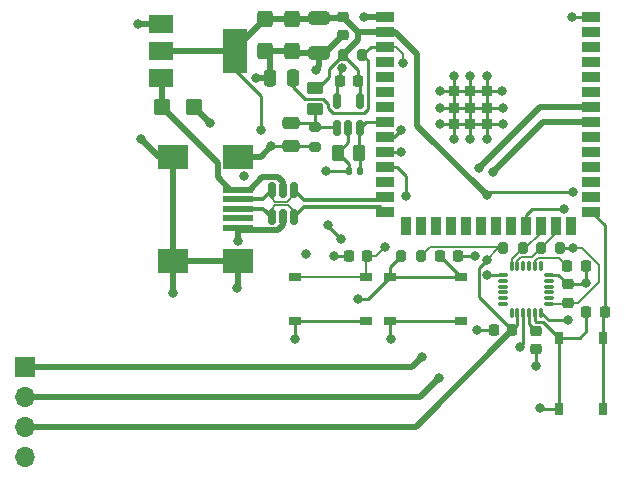
<source format=gbr>
%TF.GenerationSoftware,KiCad,Pcbnew,7.0.9*%
%TF.CreationDate,2023-12-19T02:47:06+01:00*%
%TF.ProjectId,biosensorbox,62696f73-656e-4736-9f72-626f782e6b69,rev?*%
%TF.SameCoordinates,Original*%
%TF.FileFunction,Copper,L1,Top*%
%TF.FilePolarity,Positive*%
%FSLAX46Y46*%
G04 Gerber Fmt 4.6, Leading zero omitted, Abs format (unit mm)*
G04 Created by KiCad (PCBNEW 7.0.9) date 2023-12-19 02:47:06*
%MOMM*%
%LPD*%
G01*
G04 APERTURE LIST*
G04 Aperture macros list*
%AMRoundRect*
0 Rectangle with rounded corners*
0 $1 Rounding radius*
0 $2 $3 $4 $5 $6 $7 $8 $9 X,Y pos of 4 corners*
0 Add a 4 corners polygon primitive as box body*
4,1,4,$2,$3,$4,$5,$6,$7,$8,$9,$2,$3,0*
0 Add four circle primitives for the rounded corners*
1,1,$1+$1,$2,$3*
1,1,$1+$1,$4,$5*
1,1,$1+$1,$6,$7*
1,1,$1+$1,$8,$9*
0 Add four rect primitives between the rounded corners*
20,1,$1+$1,$2,$3,$4,$5,0*
20,1,$1+$1,$4,$5,$6,$7,0*
20,1,$1+$1,$6,$7,$8,$9,0*
20,1,$1+$1,$8,$9,$2,$3,0*%
G04 Aperture macros list end*
%TA.AperFunction,SMDPad,CuDef*%
%ADD10RoundRect,0.225000X-0.250000X0.225000X-0.250000X-0.225000X0.250000X-0.225000X0.250000X0.225000X0*%
%TD*%
%TA.AperFunction,SMDPad,CuDef*%
%ADD11RoundRect,0.140000X-0.140000X-0.170000X0.140000X-0.170000X0.140000X0.170000X-0.140000X0.170000X0*%
%TD*%
%TA.AperFunction,SMDPad,CuDef*%
%ADD12RoundRect,0.225000X-0.225000X-0.250000X0.225000X-0.250000X0.225000X0.250000X-0.225000X0.250000X0*%
%TD*%
%TA.AperFunction,SMDPad,CuDef*%
%ADD13RoundRect,0.200000X0.200000X0.275000X-0.200000X0.275000X-0.200000X-0.275000X0.200000X-0.275000X0*%
%TD*%
%TA.AperFunction,SMDPad,CuDef*%
%ADD14RoundRect,0.250000X-0.650000X0.325000X-0.650000X-0.325000X0.650000X-0.325000X0.650000X0.325000X0*%
%TD*%
%TA.AperFunction,SMDPad,CuDef*%
%ADD15RoundRect,0.200000X-0.200000X-0.275000X0.200000X-0.275000X0.200000X0.275000X-0.200000X0.275000X0*%
%TD*%
%TA.AperFunction,SMDPad,CuDef*%
%ADD16RoundRect,0.250000X-0.475000X0.250000X-0.475000X-0.250000X0.475000X-0.250000X0.475000X0.250000X0*%
%TD*%
%TA.AperFunction,SMDPad,CuDef*%
%ADD17RoundRect,0.150000X0.150000X-0.512500X0.150000X0.512500X-0.150000X0.512500X-0.150000X-0.512500X0*%
%TD*%
%TA.AperFunction,SMDPad,CuDef*%
%ADD18R,2.000000X1.500000*%
%TD*%
%TA.AperFunction,SMDPad,CuDef*%
%ADD19R,2.000000X3.800000*%
%TD*%
%TA.AperFunction,ComponentPad*%
%ADD20R,1.700000X1.700000*%
%TD*%
%TA.AperFunction,ComponentPad*%
%ADD21O,1.700000X1.700000*%
%TD*%
%TA.AperFunction,SMDPad,CuDef*%
%ADD22R,2.500000X0.500000*%
%TD*%
%TA.AperFunction,SMDPad,CuDef*%
%ADD23R,2.500000X2.000000*%
%TD*%
%TA.AperFunction,SMDPad,CuDef*%
%ADD24RoundRect,0.250000X-0.450000X0.262500X-0.450000X-0.262500X0.450000X-0.262500X0.450000X0.262500X0*%
%TD*%
%TA.AperFunction,SMDPad,CuDef*%
%ADD25RoundRect,0.075000X-0.350000X-0.075000X0.350000X-0.075000X0.350000X0.075000X-0.350000X0.075000X0*%
%TD*%
%TA.AperFunction,SMDPad,CuDef*%
%ADD26RoundRect,0.075000X0.075000X-0.350000X0.075000X0.350000X-0.075000X0.350000X-0.075000X-0.350000X0*%
%TD*%
%TA.AperFunction,SMDPad,CuDef*%
%ADD27R,1.000000X0.750000*%
%TD*%
%TA.AperFunction,SMDPad,CuDef*%
%ADD28RoundRect,0.225000X0.225000X0.250000X-0.225000X0.250000X-0.225000X-0.250000X0.225000X-0.250000X0*%
%TD*%
%TA.AperFunction,SMDPad,CuDef*%
%ADD29RoundRect,0.250000X-0.262500X-0.450000X0.262500X-0.450000X0.262500X0.450000X-0.262500X0.450000X0*%
%TD*%
%TA.AperFunction,SMDPad,CuDef*%
%ADD30RoundRect,0.250000X-0.425000X0.450000X-0.425000X-0.450000X0.425000X-0.450000X0.425000X0.450000X0*%
%TD*%
%TA.AperFunction,SMDPad,CuDef*%
%ADD31R,1.500000X0.900000*%
%TD*%
%TA.AperFunction,SMDPad,CuDef*%
%ADD32R,0.900000X1.500000*%
%TD*%
%TA.AperFunction,SMDPad,CuDef*%
%ADD33R,0.900000X0.900000*%
%TD*%
%TA.AperFunction,SMDPad,CuDef*%
%ADD34RoundRect,0.200000X-0.275000X0.200000X-0.275000X-0.200000X0.275000X-0.200000X0.275000X0.200000X0*%
%TD*%
%TA.AperFunction,SMDPad,CuDef*%
%ADD35RoundRect,0.250000X-0.250000X-0.475000X0.250000X-0.475000X0.250000X0.475000X-0.250000X0.475000X0*%
%TD*%
%TA.AperFunction,SMDPad,CuDef*%
%ADD36RoundRect,0.250000X-0.450000X-0.425000X0.450000X-0.425000X0.450000X0.425000X-0.450000X0.425000X0*%
%TD*%
%TA.AperFunction,SMDPad,CuDef*%
%ADD37RoundRect,0.225000X0.250000X-0.225000X0.250000X0.225000X-0.250000X0.225000X-0.250000X-0.225000X0*%
%TD*%
%TA.AperFunction,SMDPad,CuDef*%
%ADD38R,0.750000X1.000000*%
%TD*%
%TA.AperFunction,ViaPad*%
%ADD39C,0.800000*%
%TD*%
%TA.AperFunction,Conductor*%
%ADD40C,0.250000*%
%TD*%
%TA.AperFunction,Conductor*%
%ADD41C,0.500000*%
%TD*%
%TA.AperFunction,Conductor*%
%ADD42C,0.200000*%
%TD*%
%TA.AperFunction,Conductor*%
%ADD43C,0.375000*%
%TD*%
G04 APERTURE END LIST*
D10*
%TO.P,C2,1*%
%TO.N,+3V3*%
X138582400Y-64350600D03*
%TO.P,C2,2*%
%TO.N,GND*%
X138582400Y-65900600D03*
%TD*%
D11*
%TO.P,C9,1*%
%TO.N,Net-(D5-K)*%
X139070200Y-77419200D03*
%TO.P,C9,2*%
%TO.N,/PhotoD*%
X140030200Y-77419200D03*
%TD*%
D12*
%TO.P,C4,1*%
%TO.N,GND*%
X159185000Y-89350000D03*
%TO.P,C4,2*%
%TO.N,Net-(U1-GPIO0{slash}BOOT)*%
X160735000Y-89350000D03*
%TD*%
D13*
%TO.P,R13,1*%
%TO.N,/SDA_IMU*%
X153795000Y-83930000D03*
%TO.P,R13,2*%
%TO.N,+3V3*%
X152145000Y-83930000D03*
%TD*%
D14*
%TO.P,C1,1*%
%TO.N,+3V3*%
X136550400Y-64463400D03*
%TO.P,C1,2*%
%TO.N,GND*%
X136550400Y-67413400D03*
%TD*%
D15*
%TO.P,R12,1*%
%TO.N,/SCL_IMU*%
X155333200Y-83930000D03*
%TO.P,R12,2*%
%TO.N,+3V3*%
X156983200Y-83930000D03*
%TD*%
D10*
%TO.P,C12,1*%
%TO.N,Net-(U5-REGOUT)*%
X154910000Y-90970000D03*
%TO.P,C12,2*%
%TO.N,GND*%
X154910000Y-92520000D03*
%TD*%
D15*
%TO.P,R3,1*%
%TO.N,+3V3*%
X138570200Y-67564000D03*
%TO.P,R3,2*%
%TO.N,Net-(U1-EN)*%
X140220200Y-67564000D03*
%TD*%
D16*
%TO.P,C10,1*%
%TO.N,Net-(U4-+)*%
X134188200Y-73370400D03*
%TO.P,C10,2*%
%TO.N,GND*%
X134188200Y-75270400D03*
%TD*%
D17*
%TO.P,U3,1,IO1*%
%TO.N,/D+*%
X132527000Y-81313000D03*
%TO.P,U3,2,VN*%
%TO.N,GND*%
X133477000Y-81313000D03*
%TO.P,U3,3,IO2*%
%TO.N,/D+*%
X134427000Y-81313000D03*
%TO.P,U3,4,IO3*%
%TO.N,/D-*%
X134427000Y-79038000D03*
%TO.P,U3,5,VP*%
%TO.N,VBUS*%
X133477000Y-79038000D03*
%TO.P,U3,6,IO4*%
%TO.N,/D-*%
X132527000Y-79038000D03*
%TD*%
D12*
%TO.P,C11,1*%
%TO.N,Net-(U5-CPOUT)*%
X157566200Y-85496000D03*
%TO.P,C11,2*%
%TO.N,GND*%
X159116200Y-85496000D03*
%TD*%
D18*
%TO.P,U2,1,GND*%
%TO.N,GND*%
X123139200Y-64959200D03*
%TO.P,U2,2,VO*%
%TO.N,+3V3*%
X123139200Y-67259200D03*
D19*
X129439200Y-67259200D03*
D18*
%TO.P,U2,3,VI*%
%TO.N,VBUS*%
X123139200Y-69559200D03*
%TD*%
D20*
%TO.P,J2,1,Pin_1*%
%TO.N,/SDA_DISP*%
X111640000Y-93970000D03*
D21*
%TO.P,J2,2,Pin_2*%
%TO.N,/SCL_DISP*%
X111640000Y-96510000D03*
%TO.P,J2,3,Pin_3*%
%TO.N,+3V3*%
X111640000Y-99050000D03*
%TO.P,J2,4,Pin_4*%
%TO.N,GND*%
X111640000Y-101590000D03*
%TD*%
D22*
%TO.P,J1,1,VBUS*%
%TO.N,VBUS*%
X129667000Y-79000000D03*
%TO.P,J1,2,D-*%
%TO.N,/D-*%
X129667000Y-79800000D03*
%TO.P,J1,3,D+*%
%TO.N,/D+*%
X129667000Y-80600000D03*
%TO.P,J1,4,ID*%
%TO.N,unconnected-(J1-ID-Pad4)*%
X129667000Y-81400000D03*
%TO.P,J1,5,GND*%
%TO.N,GND*%
X129667000Y-82200000D03*
D23*
%TO.P,J1,6,Shield*%
X129667000Y-76200000D03*
X124167000Y-76200000D03*
X129667000Y-85000000D03*
X124167000Y-85000000D03*
%TD*%
D17*
%TO.P,U4,1,+*%
%TO.N,Net-(U4-+)*%
X138079400Y-73801400D03*
%TO.P,U4,2,-*%
%TO.N,Net-(D5-K)*%
X139029400Y-73801400D03*
%TO.P,U4,3*%
%TO.N,/PhotoD*%
X139979400Y-73801400D03*
%TO.P,U4,4,V+*%
%TO.N,+3V3*%
X139979400Y-71526400D03*
%TO.P,U4,5,V-*%
%TO.N,GND*%
X138079400Y-71526400D03*
%TD*%
D24*
%TO.P,R10,1*%
%TO.N,+3V3*%
X136220200Y-70360800D03*
%TO.P,R10,2*%
%TO.N,Net-(U4-+)*%
X136220200Y-72185800D03*
%TD*%
D12*
%TO.P,C5,1*%
%TO.N,GND*%
X139052000Y-84582000D03*
%TO.P,C5,2*%
%TO.N,Net-(U1-EN)*%
X140602000Y-84582000D03*
%TD*%
D13*
%TO.P,R1,1*%
%TO.N,+3V3*%
X145160000Y-84582000D03*
%TO.P,R1,2*%
%TO.N,/DisplayButton*%
X143510000Y-84582000D03*
%TD*%
D25*
%TO.P,U5,1,CLKIN*%
%TO.N,GND*%
X152138400Y-86194000D03*
%TO.P,U5,2,NC*%
%TO.N,unconnected-(U5-NC-Pad2)*%
X152138400Y-86694000D03*
%TO.P,U5,3,NC*%
%TO.N,unconnected-(U5-NC-Pad3)*%
X152138400Y-87194000D03*
%TO.P,U5,4,NC*%
%TO.N,unconnected-(U5-NC-Pad4)*%
X152138400Y-87694000D03*
%TO.P,U5,5,NC*%
%TO.N,unconnected-(U5-NC-Pad5)*%
X152138400Y-88194000D03*
%TO.P,U5,6,AUX_DA*%
%TO.N,unconnected-(U5-AUX_DA-Pad6)*%
X152138400Y-88694000D03*
D26*
%TO.P,U5,7,AUX_CL*%
%TO.N,unconnected-(U5-AUX_CL-Pad7)*%
X152838400Y-89394000D03*
%TO.P,U5,8,VLOGIC*%
%TO.N,+3V3*%
X153338400Y-89394000D03*
%TO.P,U5,9,AD0*%
%TO.N,GND*%
X153838400Y-89394000D03*
%TO.P,U5,10,REGOUT*%
%TO.N,Net-(U5-REGOUT)*%
X154338400Y-89394000D03*
%TO.P,U5,11,FSYNC*%
%TO.N,GND*%
X154838400Y-89394000D03*
%TO.P,U5,12,INT*%
%TO.N,/INT_IMU*%
X155338400Y-89394000D03*
D25*
%TO.P,U5,13,VDD*%
%TO.N,+3V3*%
X156038400Y-88694000D03*
%TO.P,U5,14,NC*%
%TO.N,unconnected-(U5-NC-Pad14)*%
X156038400Y-88194000D03*
%TO.P,U5,15,NC*%
%TO.N,unconnected-(U5-NC-Pad15)*%
X156038400Y-87694000D03*
%TO.P,U5,16,NC*%
%TO.N,unconnected-(U5-NC-Pad16)*%
X156038400Y-87194000D03*
%TO.P,U5,17,NC*%
%TO.N,unconnected-(U5-NC-Pad17)*%
X156038400Y-86694000D03*
%TO.P,U5,18,GND*%
%TO.N,GND*%
X156038400Y-86194000D03*
D26*
%TO.P,U5,19,RESV*%
%TO.N,unconnected-(U5-RESV-Pad19)*%
X155338400Y-85494000D03*
%TO.P,U5,20,CPOUT*%
%TO.N,Net-(U5-CPOUT)*%
X154838400Y-85494000D03*
%TO.P,U5,21,RESV*%
%TO.N,unconnected-(U5-RESV-Pad21)*%
X154338400Y-85494000D03*
%TO.P,U5,22,RESV*%
%TO.N,unconnected-(U5-RESV-Pad22)*%
X153838400Y-85494000D03*
%TO.P,U5,23,SCL*%
%TO.N,/SCL_IMU*%
X153338400Y-85494000D03*
%TO.P,U5,24,SDA*%
%TO.N,/SDA_IMU*%
X152838400Y-85494000D03*
%TD*%
D27*
%TO.P,SW3,1,1*%
%TO.N,GND*%
X148590000Y-90110000D03*
X142590000Y-90110000D03*
%TO.P,SW3,2,2*%
%TO.N,/DisplayButton*%
X148590000Y-86360000D03*
X142590000Y-86360000D03*
%TD*%
D12*
%TO.P,C8,1*%
%TO.N,GND*%
X138320400Y-69762800D03*
%TO.P,C8,2*%
%TO.N,+3V3*%
X139870400Y-69762800D03*
%TD*%
D27*
%TO.P,SW2,1,1*%
%TO.N,GND*%
X140541000Y-90140000D03*
X134541000Y-90140000D03*
%TO.P,SW2,2,2*%
%TO.N,Net-(U1-EN)*%
X140541000Y-86390000D03*
X134541000Y-86390000D03*
%TD*%
D28*
%TO.P,C16,1*%
%TO.N,GND*%
X148309600Y-84582000D03*
%TO.P,C16,2*%
%TO.N,/DisplayButton*%
X146759600Y-84582000D03*
%TD*%
D29*
%TO.P,R9,1*%
%TO.N,Net-(D5-K)*%
X138127100Y-75895200D03*
%TO.P,R9,2*%
%TO.N,/PhotoD*%
X139952100Y-75895200D03*
%TD*%
D30*
%TO.P,C7,1*%
%TO.N,+3V3*%
X131978800Y-64566800D03*
%TO.P,C7,2*%
%TO.N,GND*%
X131978800Y-67266800D03*
%TD*%
%TO.P,C15,1*%
%TO.N,+3V3*%
X134214000Y-64566800D03*
%TO.P,C15,2*%
%TO.N,GND*%
X134214000Y-67266800D03*
%TD*%
D31*
%TO.P,U1,1,GND*%
%TO.N,GND*%
X142105000Y-64340000D03*
%TO.P,U1,2,3V3*%
%TO.N,+3V3*%
X142105000Y-65610000D03*
%TO.P,U1,3,EN*%
%TO.N,Net-(U1-EN)*%
X142105000Y-66880000D03*
%TO.P,U1,4,GPIO4/TOUCH4/ADC1_CH3*%
%TO.N,unconnected-(U1-GPIO4{slash}TOUCH4{slash}ADC1_CH3-Pad4)*%
X142105000Y-68150000D03*
%TO.P,U1,5,GPIO5/TOUCH5/ADC1_CH4*%
%TO.N,unconnected-(U1-GPIO5{slash}TOUCH5{slash}ADC1_CH4-Pad5)*%
X142105000Y-69420000D03*
%TO.P,U1,6,GPIO6/TOUCH6/ADC1_CH5*%
%TO.N,unconnected-(U1-GPIO6{slash}TOUCH6{slash}ADC1_CH5-Pad6)*%
X142105000Y-70690000D03*
%TO.P,U1,7,GPIO7/TOUCH7/ADC1_CH6*%
%TO.N,unconnected-(U1-GPIO7{slash}TOUCH7{slash}ADC1_CH6-Pad7)*%
X142105000Y-71960000D03*
%TO.P,U1,8,GPIO15/U0RTS/ADC2_CH4/XTAL_32K_P*%
%TO.N,/PhotoD*%
X142105000Y-73230000D03*
%TO.P,U1,9,GPIO16/U0CTS/ADC2_CH5/XTAL_32K_N*%
%TO.N,/RED_DRIVER*%
X142105000Y-74500000D03*
%TO.P,U1,10,GPIO17/U1TXD/ADC2_CH6*%
%TO.N,/GREEN_DRIVER*%
X142105000Y-75770000D03*
%TO.P,U1,11,GPIO18/U1RXD/ADC2_CH7/CLK_OUT3*%
%TO.N,/DisplayButton*%
X142105000Y-77040000D03*
%TO.P,U1,12,GPIO8/TOUCH8/ADC1_CH7/SUBSPICS1*%
%TO.N,unconnected-(U1-GPIO8{slash}TOUCH8{slash}ADC1_CH7{slash}SUBSPICS1-Pad12)*%
X142105000Y-78310000D03*
%TO.P,U1,13,GPIO19/U1RTS/ADC2_CH8/CLK_OUT2/USB_D-*%
%TO.N,/D-*%
X142105000Y-79580000D03*
%TO.P,U1,14,GPIO20/U1CTS/ADC2_CH9/CLK_OUT1/USB_D+*%
%TO.N,/D+*%
X142105000Y-80850000D03*
D32*
%TO.P,U1,15,GPIO3/TOUCH3/ADC1_CH2*%
%TO.N,unconnected-(U1-GPIO3{slash}TOUCH3{slash}ADC1_CH2-Pad15)*%
X143870000Y-82100000D03*
%TO.P,U1,16,GPIO46*%
%TO.N,unconnected-(U1-GPIO46-Pad16)*%
X145140000Y-82100000D03*
%TO.P,U1,17,GPIO9/TOUCH9/ADC1_CH8/FSPIHD/SUBSPIHD*%
%TO.N,unconnected-(U1-GPIO9{slash}TOUCH9{slash}ADC1_CH8{slash}FSPIHD{slash}SUBSPIHD-Pad17)*%
X146410000Y-82100000D03*
%TO.P,U1,18,GPIO10/TOUCH10/ADC1_CH9/FSPICS0/FSPIIO4/SUBSPICS0*%
%TO.N,unconnected-(U1-GPIO10{slash}TOUCH10{slash}ADC1_CH9{slash}FSPICS0{slash}FSPIIO4{slash}SUBSPICS0-Pad18)*%
X147680000Y-82100000D03*
%TO.P,U1,19,GPIO11/TOUCH11/ADC2_CH0/FSPID/FSPIIO5/SUBSPID*%
%TO.N,unconnected-(U1-GPIO11{slash}TOUCH11{slash}ADC2_CH0{slash}FSPID{slash}FSPIIO5{slash}SUBSPID-Pad19)*%
X148950000Y-82100000D03*
%TO.P,U1,20,GPIO12/TOUCH12/ADC2_CH1/FSPICLK/FSPIIO6/SUBSPICLK*%
%TO.N,unconnected-(U1-GPIO12{slash}TOUCH12{slash}ADC2_CH1{slash}FSPICLK{slash}FSPIIO6{slash}SUBSPICLK-Pad20)*%
X150220000Y-82100000D03*
%TO.P,U1,21,GPIO13/TOUCH13/ADC2_CH2/FSPIQ/FSPIIO7/SUBSPIQ*%
%TO.N,unconnected-(U1-GPIO13{slash}TOUCH13{slash}ADC2_CH2{slash}FSPIQ{slash}FSPIIO7{slash}SUBSPIQ-Pad21)*%
X151490000Y-82100000D03*
%TO.P,U1,22,GPIO14/TOUCH14/ADC2_CH3/FSPIWP/FSPIDQS/SUBSPIWP*%
%TO.N,unconnected-(U1-GPIO14{slash}TOUCH14{slash}ADC2_CH3{slash}FSPIWP{slash}FSPIDQS{slash}SUBSPIWP-Pad22)*%
X152760000Y-82100000D03*
%TO.P,U1,23,GPIO21*%
%TO.N,/INT_IMU*%
X154030000Y-82100000D03*
%TO.P,U1,24,GPIO47/SPICLK_P/SUBSPICLK_P_DIFF*%
%TO.N,/SDA_IMU*%
X155300000Y-82100000D03*
%TO.P,U1,25,GPIO48/SPICLK_N/SUBSPICLK_N_DIFF*%
%TO.N,/SCL_IMU*%
X156570000Y-82100000D03*
%TO.P,U1,26,GPIO45*%
%TO.N,unconnected-(U1-GPIO45-Pad26)*%
X157840000Y-82100000D03*
D31*
%TO.P,U1,27,GPIO0/BOOT*%
%TO.N,Net-(U1-GPIO0{slash}BOOT)*%
X159605000Y-80850000D03*
%TO.P,U1,28,SPIIO6/GPIO35/FSPID/SUBSPID*%
%TO.N,unconnected-(U1-SPIIO6{slash}GPIO35{slash}FSPID{slash}SUBSPID-Pad28)*%
X159605000Y-79580000D03*
%TO.P,U1,29,SPIIO7/GPIO36/FSPICLK/SUBSPICLK*%
%TO.N,unconnected-(U1-SPIIO7{slash}GPIO36{slash}FSPICLK{slash}SUBSPICLK-Pad29)*%
X159605000Y-78310000D03*
%TO.P,U1,30,SPIDQS/GPIO37/FSPIQ/SUBSPIQ*%
%TO.N,unconnected-(U1-SPIDQS{slash}GPIO37{slash}FSPIQ{slash}SUBSPIQ-Pad30)*%
X159605000Y-77040000D03*
%TO.P,U1,31,GPIO38/FSPIWP/SUBSPIWP*%
%TO.N,unconnected-(U1-GPIO38{slash}FSPIWP{slash}SUBSPIWP-Pad31)*%
X159605000Y-75770000D03*
%TO.P,U1,32,MTCK/GPIO39/CLK_OUT3/SUBSPICS1*%
%TO.N,unconnected-(U1-MTCK{slash}GPIO39{slash}CLK_OUT3{slash}SUBSPICS1-Pad32)*%
X159605000Y-74500000D03*
%TO.P,U1,33,MTDO/GPIO40/CLK_OUT2*%
%TO.N,/SCL_DISP*%
X159605000Y-73230000D03*
%TO.P,U1,34,MTDI/GPIO41/CLK_OUT1*%
%TO.N,/SDA_DISP*%
X159605000Y-71960000D03*
%TO.P,U1,35,MTMS/GPIO42*%
%TO.N,unconnected-(U1-MTMS{slash}GPIO42-Pad35)*%
X159605000Y-70690000D03*
%TO.P,U1,36,U0RXD/GPIO44/CLK_OUT2*%
%TO.N,unconnected-(U1-U0RXD{slash}GPIO44{slash}CLK_OUT2-Pad36)*%
X159605000Y-69420000D03*
%TO.P,U1,37,U0TXD/GPIO43/CLK_OUT1*%
%TO.N,unconnected-(U1-U0TXD{slash}GPIO43{slash}CLK_OUT1-Pad37)*%
X159605000Y-68150000D03*
%TO.P,U1,38,GPIO2/TOUCH2/ADC1_CH1*%
%TO.N,unconnected-(U1-GPIO2{slash}TOUCH2{slash}ADC1_CH1-Pad38)*%
X159605000Y-66880000D03*
%TO.P,U1,39,GPIO1/TOUCH1/ADC1_CH0*%
%TO.N,unconnected-(U1-GPIO1{slash}TOUCH1{slash}ADC1_CH0-Pad39)*%
X159605000Y-65610000D03*
%TO.P,U1,40,GND*%
%TO.N,GND*%
X159605000Y-64340000D03*
D33*
%TO.P,U1,41,GND*%
X147955000Y-70660000D03*
X147955000Y-72060000D03*
X147955000Y-73460000D03*
X147955000Y-73460000D03*
X149355000Y-70660000D03*
X149355000Y-70660000D03*
X149355000Y-72060000D03*
X149355000Y-73460000D03*
X150755000Y-70660000D03*
X150755000Y-72060000D03*
X150755000Y-73460000D03*
%TD*%
D34*
%TO.P,R11,1*%
%TO.N,Net-(U4-+)*%
X136220200Y-73710800D03*
%TO.P,R11,2*%
%TO.N,GND*%
X136220200Y-75360800D03*
%TD*%
D35*
%TO.P,C3,1*%
%TO.N,GND*%
X132400000Y-69545200D03*
%TO.P,C3,2*%
%TO.N,Net-(U1-EN)*%
X134300000Y-69545200D03*
%TD*%
D36*
%TO.P,C6,1*%
%TO.N,VBUS*%
X123237000Y-72009000D03*
%TO.P,C6,2*%
%TO.N,GND*%
X125937000Y-72009000D03*
%TD*%
D37*
%TO.P,C13,1*%
%TO.N,+3V3*%
X157591200Y-88546000D03*
%TO.P,C13,2*%
%TO.N,GND*%
X157591200Y-86996000D03*
%TD*%
D28*
%TO.P,C14,1*%
%TO.N,+3V3*%
X152900000Y-90900000D03*
%TO.P,C14,2*%
%TO.N,GND*%
X151350000Y-90900000D03*
%TD*%
D38*
%TO.P,SW1,1,1*%
%TO.N,GND*%
X156830000Y-97530000D03*
X156830000Y-91530000D03*
%TO.P,SW1,2,2*%
%TO.N,Net-(U1-GPIO0{slash}BOOT)*%
X160580000Y-97530000D03*
X160580000Y-91530000D03*
%TD*%
D39*
%TO.N,Net-(Q1-G)*%
X138370000Y-83130000D03*
X137280000Y-81990000D03*
%TO.N,GND*%
X136270000Y-68840000D03*
X121200000Y-65000000D03*
%TO.N,/SCL_DISP*%
X146660000Y-94930000D03*
X151270000Y-77480000D03*
%TO.N,/SDA_DISP*%
X150090000Y-77160000D03*
X145280000Y-93130000D03*
%TO.N,GND*%
X121500000Y-74710000D03*
X129610000Y-87340000D03*
X124150000Y-87760000D03*
%TO.N,+3V3*%
X131640000Y-73965300D03*
%TO.N,Net-(D5-K)*%
X137120000Y-77440000D03*
%TO.N,GND*%
X132500000Y-75290000D03*
%TO.N,+3V3*%
X150740000Y-84910000D03*
X158030000Y-79230000D03*
X158030000Y-83910000D03*
X150740000Y-79450000D03*
%TO.N,GND*%
X140370000Y-64340000D03*
X152080000Y-72060000D03*
X142600000Y-91670000D03*
X157940000Y-64340000D03*
X152100000Y-73450000D03*
X155230000Y-97520000D03*
X134540000Y-91670000D03*
X146750000Y-70670000D03*
X149720000Y-84570000D03*
X146790000Y-73450000D03*
X135400000Y-84420000D03*
X159140000Y-86900000D03*
X149350000Y-69360000D03*
X131170000Y-69530000D03*
X130210000Y-77799502D03*
X146750000Y-72050000D03*
X149950000Y-90880000D03*
X138479399Y-68679399D03*
X149360000Y-74710000D03*
X129680000Y-83300000D03*
X152060000Y-70660000D03*
X150750000Y-69380000D03*
X147950000Y-69340000D03*
X153520000Y-92350000D03*
X150760000Y-74710000D03*
X150780000Y-86190000D03*
X137840000Y-84580000D03*
X154920000Y-93890000D03*
X127290000Y-73320000D03*
X147950000Y-74710000D03*
%TO.N,Net-(U1-EN)*%
X142090000Y-83860000D03*
X143660000Y-68270000D03*
%TO.N,/DisplayButton*%
X139870000Y-88290000D03*
X143890000Y-79490000D03*
%TO.N,/RED_DRIVER*%
X143460000Y-73940000D03*
%TO.N,/GREEN_DRIVER*%
X143450000Y-75770000D03*
%TO.N,/INT_IMU*%
X157600000Y-90060000D03*
X157270000Y-80590000D03*
%TD*%
D40*
%TO.N,Net-(Q1-G)*%
X137280000Y-82040000D02*
X138370000Y-83130000D01*
X137280000Y-81990000D02*
X137280000Y-82040000D01*
%TO.N,GND*%
X155495000Y-90195000D02*
X156830000Y-91530000D01*
X154945000Y-90195000D02*
X155495000Y-90195000D01*
X154838400Y-90088400D02*
X154945000Y-90195000D01*
X154838400Y-89394000D02*
X154838400Y-90088400D01*
%TO.N,+3V3*%
X138569493Y-67564000D02*
X138570200Y-67564000D01*
X136419200Y-70360800D02*
X137360000Y-69420000D01*
X137360000Y-68773493D02*
X138569493Y-67564000D01*
X136220200Y-70360800D02*
X136419200Y-70360800D01*
X137360000Y-69420000D02*
X137360000Y-68773493D01*
D41*
%TO.N,GND*%
X136550400Y-68559600D02*
X136270000Y-68840000D01*
X136550400Y-67413400D02*
X136550400Y-68559600D01*
X121240800Y-64959200D02*
X121200000Y-65000000D01*
X123139200Y-64959200D02*
X121240800Y-64959200D01*
%TO.N,+3V3*%
X144750000Y-99050000D02*
X152900000Y-90900000D01*
X111640000Y-99050000D02*
X144750000Y-99050000D01*
%TO.N,/SCL_DISP*%
X145080000Y-96510000D02*
X111640000Y-96510000D01*
X146660000Y-94930000D02*
X145080000Y-96510000D01*
X155520000Y-73230000D02*
X151270000Y-77480000D01*
X159605000Y-73230000D02*
X155520000Y-73230000D01*
%TO.N,/SDA_DISP*%
X155290000Y-71960000D02*
X159605000Y-71960000D01*
X150090000Y-77160000D02*
X155290000Y-71960000D01*
X144440000Y-93970000D02*
X145280000Y-93130000D01*
X111640000Y-93970000D02*
X144440000Y-93970000D01*
%TO.N,GND*%
X122990000Y-76200000D02*
X121500000Y-74710000D01*
X124167000Y-76200000D02*
X122990000Y-76200000D01*
X129667000Y-87283000D02*
X129610000Y-87340000D01*
X129667000Y-85000000D02*
X129667000Y-87283000D01*
X124167000Y-87743000D02*
X124150000Y-87760000D01*
X124167000Y-85000000D02*
X124167000Y-87743000D01*
X131590000Y-76200000D02*
X132500000Y-75290000D01*
X129667000Y-76200000D02*
X131590000Y-76200000D01*
X124167000Y-85000000D02*
X129667000Y-85000000D01*
X124167000Y-85000000D02*
X124167000Y-76200000D01*
D40*
%TO.N,+3V3*%
X129439200Y-68824505D02*
X129439200Y-67259200D01*
X131640000Y-71025305D02*
X129439200Y-68824505D01*
X131640000Y-73965300D02*
X131640000Y-71025305D01*
D41*
X142935000Y-65610000D02*
X142105000Y-65610000D01*
X144850000Y-67525000D02*
X142935000Y-65610000D01*
X144850000Y-73560000D02*
X144850000Y-67525000D01*
X150740000Y-79450000D02*
X144850000Y-73560000D01*
D40*
%TO.N,Net-(D5-K)*%
X137120000Y-77440000D02*
X139049400Y-77440000D01*
X139049400Y-77440000D02*
X139070200Y-77419200D01*
%TO.N,GND*%
X132519600Y-75270400D02*
X132500000Y-75290000D01*
X134188200Y-75270400D02*
X132519600Y-75270400D01*
%TO.N,+3V3*%
X152900000Y-90900000D02*
X153338400Y-90461600D01*
D41*
X129439200Y-67106400D02*
X131978800Y-64566800D01*
X123139200Y-67259200D02*
X129439200Y-67259200D01*
D42*
X152022000Y-83807000D02*
X152145000Y-83930000D01*
D40*
X152900000Y-90900000D02*
X150055000Y-88055000D01*
X158010000Y-83930000D02*
X158030000Y-83910000D01*
D42*
X160250000Y-86779950D02*
X160250000Y-85370000D01*
D40*
X139870400Y-68864200D02*
X138570200Y-67564000D01*
D42*
X157591200Y-88546000D02*
X157443200Y-88694000D01*
X157443200Y-88694000D02*
X156038400Y-88694000D01*
X145160000Y-84582000D02*
X145935000Y-83807000D01*
D40*
X150055000Y-85595000D02*
X150740000Y-84910000D01*
D41*
X138469600Y-64463400D02*
X138582400Y-64350600D01*
X139841800Y-65610000D02*
X142105000Y-65610000D01*
D40*
X139979400Y-71526400D02*
X139979400Y-69871800D01*
D41*
X138570200Y-67564000D02*
X139841800Y-66292400D01*
D40*
X153338400Y-90461600D02*
X153338400Y-89394000D01*
D41*
X139841800Y-66292400D02*
X139841800Y-65610000D01*
X129439200Y-67259200D02*
X129439200Y-67106400D01*
X136550400Y-64463400D02*
X138469600Y-64463400D01*
X138582400Y-64350600D02*
X139841800Y-65610000D01*
D40*
X139979400Y-69871800D02*
X139870400Y-69762800D01*
D42*
X157591200Y-88546000D02*
X158483950Y-88546000D01*
X151720000Y-83930000D02*
X150740000Y-84910000D01*
X158790000Y-83910000D02*
X158030000Y-83910000D01*
D41*
X131978800Y-64566800D02*
X134214000Y-64566800D01*
D42*
X160250000Y-85370000D02*
X158790000Y-83910000D01*
X158483950Y-88546000D02*
X160250000Y-86779950D01*
D41*
X134214000Y-64566800D02*
X136447000Y-64566800D01*
D40*
X156983200Y-83930000D02*
X158010000Y-83930000D01*
D42*
X152145000Y-83930000D02*
X151720000Y-83930000D01*
D40*
X150960000Y-79230000D02*
X150740000Y-79450000D01*
D42*
X145935000Y-83807000D02*
X152022000Y-83807000D01*
D40*
X158030000Y-79230000D02*
X150960000Y-79230000D01*
X139870400Y-69762800D02*
X139870400Y-68864200D01*
D41*
X136447000Y-64566800D02*
X136550400Y-64463400D01*
D40*
X150055000Y-88055000D02*
X150055000Y-85595000D01*
%TO.N,GND*%
X150755000Y-73460000D02*
X150755000Y-74705000D01*
X149355000Y-70660000D02*
X150755000Y-70660000D01*
X158630000Y-91530000D02*
X159185000Y-90975000D01*
X134541000Y-91669000D02*
X134540000Y-91670000D01*
X148309600Y-84582000D02*
X149708000Y-84582000D01*
D41*
X133477000Y-81975499D02*
X133477000Y-81313000D01*
D40*
X137842000Y-84582000D02*
X137840000Y-84580000D01*
X147955000Y-70660000D02*
X146760000Y-70660000D01*
X149355000Y-70660000D02*
X149355000Y-69365000D01*
X150755000Y-69385000D02*
X150750000Y-69380000D01*
D41*
X136550400Y-67413400D02*
X137069600Y-67413400D01*
D40*
X157591200Y-86996000D02*
X156789200Y-86194000D01*
X147955000Y-73460000D02*
X147955000Y-74705000D01*
X146760000Y-72060000D02*
X146750000Y-72050000D01*
X159116200Y-86876200D02*
X159140000Y-86900000D01*
X147955000Y-74705000D02*
X147950000Y-74710000D01*
X147955000Y-72060000D02*
X147955000Y-70660000D01*
X156830000Y-91530000D02*
X158630000Y-91530000D01*
X142590000Y-90110000D02*
X148590000Y-90110000D01*
D41*
X136550400Y-67413400D02*
X134360600Y-67413400D01*
D40*
X150755000Y-72060000D02*
X150755000Y-73460000D01*
X149355000Y-74705000D02*
X149360000Y-74710000D01*
X149355000Y-72060000D02*
X149355000Y-70660000D01*
X155240000Y-97530000D02*
X155230000Y-97520000D01*
X138320400Y-68838398D02*
X138479399Y-68679399D01*
D41*
X134360600Y-67413400D02*
X134214000Y-67266800D01*
D40*
X151350000Y-90900000D02*
X149970000Y-90900000D01*
X149970000Y-90900000D02*
X149950000Y-90880000D01*
X147955000Y-70660000D02*
X149355000Y-70660000D01*
X154910000Y-92520000D02*
X154910000Y-93880000D01*
D41*
X129667000Y-83287000D02*
X129680000Y-83300000D01*
D40*
X149355000Y-73460000D02*
X150755000Y-73460000D01*
X134541000Y-90140000D02*
X134541000Y-91669000D01*
X156789200Y-86194000D02*
X156038400Y-86194000D01*
X134541000Y-90140000D02*
X140541000Y-90140000D01*
X147955000Y-73460000D02*
X147955000Y-72060000D01*
X159185000Y-90975000D02*
X159185000Y-89350000D01*
X146800000Y-73460000D02*
X146790000Y-73450000D01*
X147955000Y-73460000D02*
X149355000Y-73460000D01*
X156830000Y-97530000D02*
X155240000Y-97530000D01*
D41*
X142105000Y-64340000D02*
X140370000Y-64340000D01*
D40*
X153838400Y-89394000D02*
X153838400Y-92031600D01*
D41*
X129667000Y-82200000D02*
X129892500Y-82425500D01*
D40*
X138079400Y-70003800D02*
X138320400Y-69762800D01*
X142590000Y-91660000D02*
X142600000Y-91670000D01*
X149355000Y-73460000D02*
X149355000Y-74705000D01*
X147955000Y-70660000D02*
X147955000Y-69345000D01*
D41*
X129892500Y-82425500D02*
X133026999Y-82425500D01*
D40*
X152138400Y-86194000D02*
X150784000Y-86194000D01*
X150755000Y-72060000D02*
X149355000Y-72060000D01*
X159044000Y-86996000D02*
X159140000Y-86900000D01*
X149355000Y-73460000D02*
X149355000Y-72060000D01*
X157591200Y-86996000D02*
X159044000Y-86996000D01*
X138320400Y-69762800D02*
X138320400Y-68838398D01*
X150755000Y-74705000D02*
X150760000Y-74710000D01*
X150755000Y-70660000D02*
X152060000Y-70660000D01*
X147955000Y-72060000D02*
X146760000Y-72060000D01*
X150784000Y-86194000D02*
X150780000Y-86190000D01*
X159605000Y-64340000D02*
X157940000Y-64340000D01*
D41*
X132400000Y-69545200D02*
X132400000Y-67688000D01*
D40*
X138079400Y-71526400D02*
X138079400Y-70003800D01*
X136129800Y-75270400D02*
X136220200Y-75360800D01*
D41*
X129667000Y-82200000D02*
X129667000Y-83287000D01*
D40*
X150755000Y-70660000D02*
X150755000Y-69385000D01*
X150755000Y-72060000D02*
X152080000Y-72060000D01*
X150755000Y-73460000D02*
X152090000Y-73460000D01*
D41*
X132400000Y-69545200D02*
X131185200Y-69545200D01*
X131185200Y-69545200D02*
X131170000Y-69530000D01*
D40*
X146760000Y-70660000D02*
X146750000Y-70670000D01*
X139052000Y-84582000D02*
X137842000Y-84582000D01*
X149708000Y-84582000D02*
X149720000Y-84570000D01*
X156830000Y-97530000D02*
X156830000Y-91530000D01*
X147955000Y-69345000D02*
X147950000Y-69340000D01*
X159116200Y-85496000D02*
X159116200Y-86876200D01*
D41*
X125979000Y-72009000D02*
X127290000Y-73320000D01*
X125937000Y-72009000D02*
X125979000Y-72009000D01*
D40*
X152090000Y-73460000D02*
X152100000Y-73450000D01*
X134188200Y-75270400D02*
X136129800Y-75270400D01*
X150755000Y-72060000D02*
X150755000Y-70660000D01*
D41*
X133026999Y-82425500D02*
X133477000Y-81975499D01*
D40*
X154910000Y-93880000D02*
X154920000Y-93890000D01*
D41*
X132400000Y-67688000D02*
X131978800Y-67266800D01*
X131978800Y-67266800D02*
X134214000Y-67266800D01*
X137069600Y-67413400D02*
X138582400Y-65900600D01*
D40*
X147955000Y-72060000D02*
X149355000Y-72060000D01*
X142590000Y-90110000D02*
X142590000Y-91660000D01*
X147955000Y-73460000D02*
X146800000Y-73460000D01*
X149355000Y-69365000D02*
X149350000Y-69360000D01*
X153838400Y-92031600D02*
X153520000Y-92350000D01*
%TO.N,Net-(U1-EN)*%
X140645400Y-72198808D02*
X140645400Y-67989200D01*
X140220200Y-67564000D02*
X140904200Y-66880000D01*
D42*
X143660000Y-68270000D02*
X143660000Y-67485000D01*
D40*
X140324208Y-72520000D02*
X140645400Y-72198808D01*
X137320000Y-71753000D02*
X137320000Y-72105408D01*
D42*
X143055000Y-66880000D02*
X142105000Y-66880000D01*
D40*
X137734592Y-72520000D02*
X140324208Y-72520000D01*
D42*
X140541000Y-84643000D02*
X140602000Y-84582000D01*
X141368000Y-84582000D02*
X142090000Y-83860000D01*
D40*
X134300000Y-69545200D02*
X134300000Y-70270200D01*
D42*
X134541000Y-86390000D02*
X140541000Y-86390000D01*
X140602000Y-84582000D02*
X141368000Y-84582000D01*
X140541000Y-86390000D02*
X140541000Y-84643000D01*
D40*
X140645400Y-67989200D02*
X140220200Y-67564000D01*
D42*
X143660000Y-67485000D02*
X143055000Y-66880000D01*
D40*
X140904200Y-66880000D02*
X142105000Y-66880000D01*
X135349800Y-71320000D02*
X136887000Y-71320000D01*
X136887000Y-71320000D02*
X137320000Y-71753000D01*
X137320000Y-72105408D02*
X137734592Y-72520000D01*
X134300000Y-70270200D02*
X135349800Y-71320000D01*
%TO.N,Net-(U1-GPIO0{slash}BOOT)*%
X160735000Y-81980000D02*
X160735000Y-89350000D01*
X160580000Y-91530000D02*
X160580000Y-89505000D01*
X159605000Y-80850000D02*
X160735000Y-81980000D01*
X160580000Y-89505000D02*
X160735000Y-89350000D01*
X160580000Y-97530000D02*
X160580000Y-91530000D01*
D41*
%TO.N,VBUS*%
X127967000Y-76739000D02*
X127967000Y-77950840D01*
X123237000Y-72009000D02*
X127967000Y-76739000D01*
X130667000Y-79000000D02*
X131741500Y-77925500D01*
X123265500Y-69685500D02*
X123139200Y-69559200D01*
X129667000Y-79000000D02*
X130667000Y-79000000D01*
X131741500Y-77925500D02*
X133026999Y-77925500D01*
X133477000Y-78375501D02*
X133477000Y-79038000D01*
X123237000Y-72009000D02*
X123237000Y-69657000D01*
X127967000Y-77950840D02*
X129016160Y-79000000D01*
X129016160Y-79000000D02*
X129667000Y-79000000D01*
X133026999Y-77925500D02*
X133477000Y-78375501D01*
X123237000Y-69657000D02*
X123139200Y-69559200D01*
D40*
%TO.N,Net-(D5-K)*%
X138127100Y-75895200D02*
X139029400Y-74992900D01*
X139070200Y-77419200D02*
X139070200Y-76838300D01*
X139029400Y-74992900D02*
X139029400Y-73801400D01*
X139070200Y-76838300D02*
X138127100Y-75895200D01*
%TO.N,/PhotoD*%
X140030200Y-75973300D02*
X139952100Y-75895200D01*
X140030200Y-77419200D02*
X140030200Y-75973300D01*
X139979400Y-73801400D02*
X140550800Y-73230000D01*
X139952100Y-75895200D02*
X139952100Y-73828700D01*
X140550800Y-73230000D02*
X142105000Y-73230000D01*
X139952100Y-73828700D02*
X139979400Y-73801400D01*
%TO.N,Net-(U4-+)*%
X136220200Y-73710800D02*
X137988800Y-73710800D01*
X137988800Y-73710800D02*
X138079400Y-73801400D01*
X134188200Y-73370400D02*
X135879800Y-73370400D01*
X135879800Y-73370400D02*
X136220200Y-73710800D01*
X136220200Y-73710800D02*
X136220200Y-72185800D01*
D42*
%TO.N,Net-(U5-CPOUT)*%
X154838400Y-85494000D02*
X154838400Y-85036590D01*
X156839200Y-84769000D02*
X157566200Y-85496000D01*
X154838400Y-85036590D02*
X155105990Y-84769000D01*
X155105990Y-84769000D02*
X156839200Y-84769000D01*
D40*
%TO.N,Net-(U5-REGOUT)*%
X154338400Y-89394000D02*
X154338400Y-90398400D01*
X154338400Y-90398400D02*
X154910000Y-90970000D01*
%TO.N,/DisplayButton*%
X142590000Y-86360000D02*
X140660000Y-88290000D01*
X142590000Y-85502000D02*
X143510000Y-84582000D01*
X143890000Y-79490000D02*
X143890000Y-77825000D01*
X142590000Y-86360000D02*
X142590000Y-85502000D01*
X148590000Y-86360000D02*
X142590000Y-86360000D01*
X146812000Y-84582000D02*
X148590000Y-86360000D01*
X140660000Y-88290000D02*
X139870000Y-88290000D01*
X143105000Y-77040000D02*
X142105000Y-77040000D01*
X146759600Y-84582000D02*
X146812000Y-84582000D01*
X143890000Y-77825000D02*
X143105000Y-77040000D01*
D42*
%TO.N,/D-*%
X133817552Y-80000500D02*
X134427000Y-79391052D01*
D43*
X135252000Y-79863000D02*
X134427000Y-79038000D01*
D42*
X132527000Y-79038000D02*
X132527000Y-79700499D01*
X134427000Y-79391052D02*
X134427000Y-79038000D01*
X132827001Y-80000500D02*
X133817552Y-80000500D01*
X132527000Y-79700499D02*
X132827001Y-80000500D01*
D43*
X142105000Y-79580000D02*
X141822000Y-79863000D01*
X141822000Y-79863000D02*
X135252000Y-79863000D01*
X129667000Y-79800000D02*
X131765000Y-79800000D01*
X131765000Y-79800000D02*
X132527000Y-79038000D01*
D42*
%TO.N,/D+*%
X133953000Y-80327500D02*
X134427000Y-80801500D01*
D43*
X131814000Y-80600000D02*
X132527000Y-81313000D01*
D42*
X132527000Y-81313000D02*
X132527000Y-80650501D01*
X132527000Y-80650501D02*
X132850001Y-80327500D01*
X132850001Y-80327500D02*
X133953000Y-80327500D01*
D43*
X135252000Y-80488000D02*
X134427000Y-81313000D01*
X142105000Y-80850000D02*
X141743000Y-80488000D01*
X141743000Y-80488000D02*
X135252000Y-80488000D01*
X129667000Y-80600000D02*
X131814000Y-80600000D01*
X134427000Y-80836204D02*
X134427000Y-81313000D01*
D42*
X134427000Y-80801500D02*
X134427000Y-81313000D01*
D40*
%TO.N,/RED_DRIVER*%
X143460000Y-73940000D02*
X142900000Y-74500000D01*
X142900000Y-74500000D02*
X142105000Y-74500000D01*
D42*
%TO.N,/SCL_IMU*%
X153338400Y-85494000D02*
X153338400Y-85036590D01*
X156570000Y-82693200D02*
X156570000Y-82100000D01*
X154553200Y-84710000D02*
X155333200Y-83930000D01*
X153664990Y-84710000D02*
X154553200Y-84710000D01*
D40*
X156570000Y-82675000D02*
X156570000Y-82100000D01*
D42*
X155333200Y-83930000D02*
X156570000Y-82693200D01*
X153338400Y-85036590D02*
X153664990Y-84710000D01*
%TO.N,/SDA_IMU*%
X154000000Y-83930000D02*
X155300000Y-82630000D01*
X155300000Y-82630000D02*
X155300000Y-82100000D01*
X152838400Y-85494000D02*
X152838400Y-84886600D01*
X152838400Y-84886600D02*
X153795000Y-83930000D01*
X153795000Y-83930000D02*
X154000000Y-83930000D01*
D40*
%TO.N,/GREEN_DRIVER*%
X143450000Y-75770000D02*
X142105000Y-75770000D01*
%TO.N,/INT_IMU*%
X155338400Y-89394000D02*
X156004400Y-90060000D01*
X156004400Y-90060000D02*
X157600000Y-90060000D01*
X154540000Y-80590000D02*
X154030000Y-81100000D01*
X157270000Y-80590000D02*
X154540000Y-80590000D01*
X154030000Y-81100000D02*
X154030000Y-82100000D01*
%TD*%
M02*

</source>
